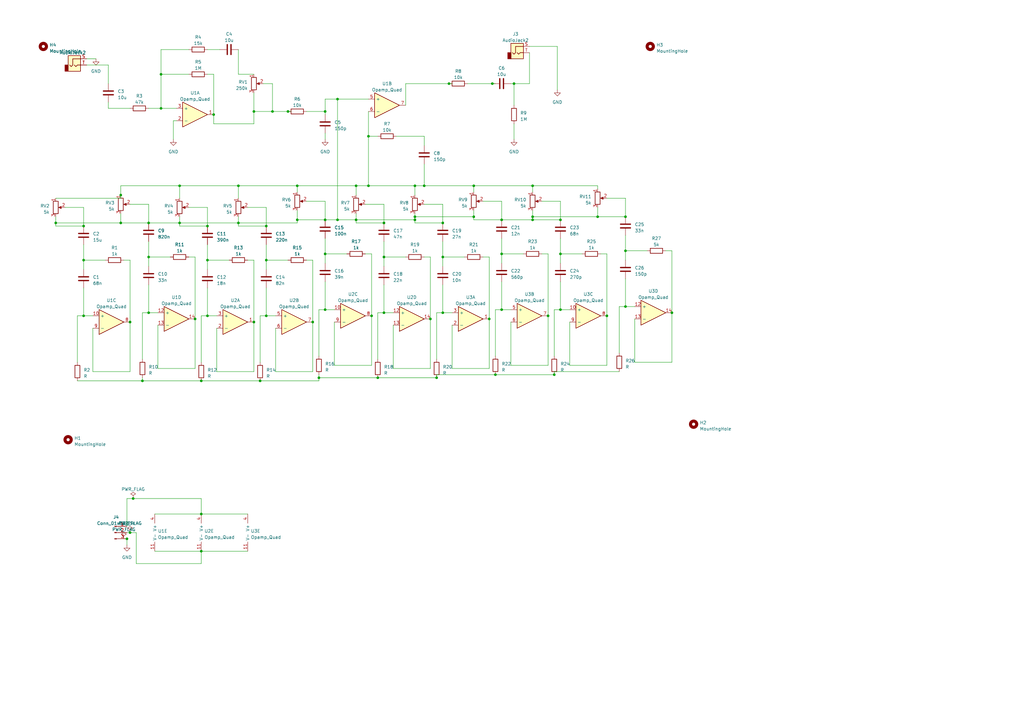
<source format=kicad_sch>
(kicad_sch (version 20230121) (generator eeschema)
  (paper "A3")
  (lib_symbols
    (symbol "Connector:Conn_01x03_Pin" (pin_names (offset 1.016) hide)
      (property "Reference" "J" (at 0 5.08 0))
      (property "Value" "Conn_01x03_Pin" (at 0 -5.08 0))
      (symbol "Conn_01x03_Pin_1_1"
        (polyline (pts (xy 1.27 -2.54) (xy 0.8636 -2.54)) (stroke (width 0.1524)))
        (polyline (pts (xy 1.27 0) (xy 0.8636 0)) (stroke (width 0.1524)))
        (polyline (pts (xy 1.27 2.54) (xy 0.8636 2.54)) (stroke (width 0.1524)))
        (rectangle (start 0.8636 -2.413) (end 0 -2.667) (stroke (width 0.1524)) (fill (type outline)))
        (rectangle (start 0.8636 0.127) (end 0 -0.127) (stroke (width 0.1524)) (fill (type outline)))
        (rectangle (start 0.8636 2.667) (end 0 2.413) (stroke (width 0.1524)) (fill (type outline)))
        (pin passive line (at 5.08 2.54 180) (length 3.81) (name "Pin_1") (number "1"))
        (pin passive line (at 5.08 0 180) (length 3.81) (name "Pin_2") (number "2"))
        (pin passive line (at 5.08 -2.54 180) (length 3.81) (name "Pin_3") (number "3"))
      )
    )
    (symbol "Connector_Audio:AudioJack2"
      (property "Reference" "J" (at 0 8.89 0))
      (property "Value" "AudioJack2" (at 0 6.35 0))
      (symbol "AudioJack2_0_1"
        (rectangle (start -3.81 0) (end -2.54 -2.54) (stroke (width 0.254)) (fill (type outline)))
        (rectangle (start -2.54 3.81) (end 2.54 -2.54) (stroke (width 0.254)) (fill (type background)))
        (polyline (pts (xy 0 0) (xy 0.635 -0.635) (xy 1.27 0) (xy 2.54 0)) (stroke (width 0.254)))
        (polyline (pts (xy 2.54 2.54) (xy -0.635 2.54) (xy -0.635 0) (xy -1.27 -0.635) (xy -1.905 0)) (stroke (width 0.254)))
      )
      (symbol "AudioJack2_1_1"
        (pin passive line (at 5.08 2.54 180) (length 2.54) (name "~") (number "S"))
        (pin passive line (at 5.08 0 180) (length 2.54) (name "~") (number "T"))
      )
    )
    (symbol "Device:C" (pin_numbers hide) (pin_names (offset 0.254))
      (property "Reference" "C" (at 0.635 2.54 0))
      (property "Value" "C" (at 0.635 -2.54 0))
      (symbol "C_0_1"
        (polyline (pts (xy -2.032 -0.762) (xy 2.032 -0.762)) (stroke (width 0.508)))
        (polyline (pts (xy -2.032 0.762) (xy 2.032 0.762)) (stroke (width 0.508)))
      )
      (symbol "C_1_1"
        (pin passive line (at 0 3.81 270) (length 2.794) (name "~") (number "1"))
        (pin passive line (at 0 -3.81 90) (length 2.794) (name "~") (number "2"))
      )
    )
    (symbol "Device:Opamp_Quad"
      (property "Reference" "U" (at 0 5.08 0))
      (property "Value" "Opamp_Quad" (at 0 -5.08 0))
      (symbol "Opamp_Quad_1_1"
        (polyline (pts (xy -5.08 5.08) (xy 5.08 0) (xy -5.08 -5.08) (xy -5.08 5.08)) (stroke (width 0.254)) (fill (type background)))
        (pin output line (at 7.62 0 180) (length 2.54) (name "~") (number "1"))
        (pin input line (at -7.62 -2.54 0) (length 2.54) (name "-") (number "2"))
        (pin input line (at -7.62 2.54 0) (length 2.54) (name "+") (number "3"))
      )
      (symbol "Opamp_Quad_2_1"
        (polyline (pts (xy -5.08 5.08) (xy 5.08 0) (xy -5.08 -5.08) (xy -5.08 5.08)) (stroke (width 0.254)) (fill (type background)))
        (pin input line (at -7.62 2.54 0) (length 2.54) (name "+") (number "5"))
        (pin input line (at -7.62 -2.54 0) (length 2.54) (name "-") (number "6"))
        (pin output line (at 7.62 0 180) (length 2.54) (name "~") (number "7"))
      )
      (symbol "Opamp_Quad_3_1"
        (polyline (pts (xy -5.08 5.08) (xy 5.08 0) (xy -5.08 -5.08) (xy -5.08 5.08)) (stroke (width 0.254)) (fill (type background)))
        (pin input line (at -7.62 2.54 0) (length 2.54) (name "+") (number "10"))
        (pin output line (at 7.62 0 180) (length 2.54) (name "~") (number "8"))
        (pin input line (at -7.62 -2.54 0) (length 2.54) (name "-") (number "9"))
      )
      (symbol "Opamp_Quad_4_1"
        (polyline (pts (xy -5.08 5.08) (xy 5.08 0) (xy -5.08 -5.08) (xy -5.08 5.08)) (stroke (width 0.254)) (fill (type background)))
        (pin input line (at -7.62 2.54 0) (length 2.54) (name "+") (number "12"))
        (pin input line (at -7.62 -2.54 0) (length 2.54) (name "-") (number "13"))
        (pin output line (at 7.62 0 180) (length 2.54) (name "~") (number "14"))
      )
      (symbol "Opamp_Quad_5_1"
        (pin power_in line (at -2.54 -7.62 90) (length 3.81) (name "V-") (number "11"))
        (pin power_in line (at -2.54 7.62 270) (length 3.81) (name "V+") (number "4"))
      )
    )
    (symbol "Device:R" (pin_numbers hide) (pin_names (offset 0))
      (property "Reference" "R" (at 2.032 0 90))
      (property "Value" "R" (at 0 0 90))
      (symbol "R_0_1"
        (rectangle (start -1.016 -2.54) (end 1.016 2.54) (stroke (width 0.254)))
      )
      (symbol "R_1_1"
        (pin passive line (at 0 3.81 270) (length 1.27) (name "~") (number "1"))
        (pin passive line (at 0 -3.81 90) (length 1.27) (name "~") (number "2"))
      )
    )
    (symbol "Device:R_Potentiometer" (pin_names (offset 1.016) hide)
      (property "Reference" "RV" (at -4.445 0 90))
      (property "Value" "R_Potentiometer" (at -2.54 0 90))
      (symbol "R_Potentiometer_0_1"
        (polyline (pts (xy 2.54 0) (xy 1.524 0)))
        (polyline (pts (xy 1.143 0) (xy 2.286 0.508) (xy 2.286 -0.508) (xy 1.143 0)) (fill (type outline)))
        (rectangle (start 1.016 2.54) (end -1.016 -2.54) (stroke (width 0.254)))
      )
      (symbol "R_Potentiometer_1_1"
        (pin passive line (at 0 3.81 270) (length 1.27) (name "1") (number "1"))
        (pin passive line (at 3.81 0 180) (length 1.27) (name "2") (number "2"))
        (pin passive line (at 0 -3.81 90) (length 1.27) (name "3") (number "3"))
      )
    )
    (symbol "Mechanical:MountingHole" (pin_names (offset 1.016))
      (property "Reference" "H" (at 0 5.08 0))
      (property "Value" "MountingHole" (at 0 3.175 0))
      (symbol "MountingHole_0_1"
        (circle (center 0 0) (radius 1.27) (stroke (width 1.27)))
      )
    )
    (symbol "power:GND" (power) (pin_names (offset 0))
      (property "Value" "GND" (at 0 -3.81 0))
      (symbol "GND_0_1"
        (polyline (pts (xy 0 0) (xy 0 -1.27) (xy 1.27 -1.27) (xy 0 -2.54) (xy -1.27 -1.27) (xy 0 -1.27)))
      )
      (symbol "GND_1_1"
        (pin power_in line (at 0 0 270) (length 0) hide (name "GND") (number "1"))
      )
    )
    (symbol "power:PWR_FLAG" (power) (pin_numbers hide) (pin_names (offset 0) hide)
      (property "Value" "PWR_FLAG" (at 0 3.81 0))
      (symbol "PWR_FLAG_0_0"
        (pin power_out line (at 0 0 90) (length 0) (name "pwr") (number "1"))
      )
      (symbol "PWR_FLAG_0_1"
        (polyline (pts (xy 0 0) (xy 0 1.27) (xy -1.016 1.905) (xy 0 2.54) (xy 1.016 1.905) (xy 0 1.27)))
      )
    )
  )
  (junction (at 128.27 132.08))
  (junction (at 205.74 90.17))
  (junction (at 181.61 105.41))
  (junction (at 34.29 129.54))
  (junction (at 248.92 129.54))
  (junction (at 218.44 76.2))
  (junction (at 53.34 132.08))
  (junction (at 256.54 102.87))
  (junction (at 138.43 90.17))
  (junction (at 256.54 88.9))
  (junction (at 73.66 91.44))
  (junction (at 118.11 45.72))
  (junction (at 170.18 76.2))
  (junction (at 205.74 127))
  (junction (at 85.09 129.54))
  (junction (at 111.76 45.72))
  (junction (at 218.44 88.9))
  (junction (at 181.61 91.44))
  (junction (at 121.92 90.17))
  (junction (at 34.29 92.71))
  (junction (at 194.31 88.9))
  (junction (at 203.2 153.67))
  (junction (at 130.81 154.94))
  (junction (at 205.74 104.14))
  (junction (at 60.96 128.27))
  (junction (at 245.11 88.9))
  (junction (at 146.05 90.17))
  (junction (at 109.22 106.68))
  (junction (at 275.59 128.27))
  (junction (at 82.55 226.06))
  (junction (at 54.61 204.47))
  (junction (at 121.92 76.2))
  (junction (at 106.68 156.21))
  (junction (at 66.04 44.45))
  (junction (at 184.15 34.29))
  (junction (at 53.34 218.44))
  (junction (at 170.18 88.9))
  (junction (at 152.4 129.54))
  (junction (at 194.31 76.2))
  (junction (at 157.48 128.27))
  (junction (at 22.86 91.44))
  (junction (at 224.79 129.54))
  (junction (at 73.66 76.2))
  (junction (at 109.22 92.71))
  (junction (at 210.82 34.29))
  (junction (at 52.07 220.98))
  (junction (at 173.99 76.2))
  (junction (at 181.61 128.27))
  (junction (at 229.87 90.17))
  (junction (at 58.42 156.21))
  (junction (at 138.43 40.64))
  (junction (at 87.63 46.99))
  (junction (at 201.93 34.29))
  (junction (at 49.53 80.01))
  (junction (at 146.05 76.2))
  (junction (at 229.87 127))
  (junction (at 133.35 104.14))
  (junction (at 97.79 91.44))
  (junction (at 80.01 130.81))
  (junction (at 34.29 106.68))
  (junction (at 227.33 153.67))
  (junction (at 104.14 45.72))
  (junction (at 170.18 90.17))
  (junction (at 49.53 91.44))
  (junction (at 200.66 130.81))
  (junction (at 133.35 127))
  (junction (at 151.13 55.88))
  (junction (at 60.96 91.44))
  (junction (at 85.09 92.71))
  (junction (at 82.55 156.21))
  (junction (at 151.13 76.2))
  (junction (at 157.48 105.41))
  (junction (at 154.94 154.94))
  (junction (at 104.14 132.08))
  (junction (at 133.35 45.72))
  (junction (at 97.79 76.2))
  (junction (at 256.54 125.73))
  (junction (at 109.22 129.54))
  (junction (at 60.96 105.41))
  (junction (at 85.09 106.68))
  (junction (at 82.55 210.82))
  (junction (at 66.04 30.48))
  (junction (at 218.44 90.17))
  (junction (at 229.87 104.14))
  (junction (at 133.35 90.17))
  (junction (at 157.48 91.44))
  (junction (at 176.53 130.81))
  (junction (at 179.07 154.94))
  (wire (pts (xy 35.56 26.67) (xy 44.45 26.67)))
  (wire (pts (xy 50.8 220.98) (xy 52.07 220.98)))
  (wire (pts (xy 275.59 102.87) (xy 275.59 128.27)))
  (wire (pts (xy 106.68 148.59) (xy 106.68 129.54)))
  (wire (pts (xy 229.87 97.79) (xy 229.87 104.14)))
  (wire (pts (xy 218.44 88.9) (xy 245.11 88.9)))
  (wire (pts (xy 73.66 92.71) (xy 85.09 92.71)))
  (wire (pts (xy 133.35 90.17) (xy 138.43 90.17)))
  (wire (pts (xy 138.43 40.64) (xy 133.35 40.64)))
  (wire (pts (xy 55.88 218.44) (xy 55.88 231.14)))
  (wire (pts (xy 109.22 100.33) (xy 109.22 106.68)))
  (wire (pts (xy 146.05 76.2) (xy 151.13 76.2)))
  (wire (pts (xy 77.47 105.41) (xy 80.01 105.41)))
  (wire (pts (xy 256.54 102.87) (xy 256.54 106.68)))
  (wire (pts (xy 170.18 90.17) (xy 170.18 91.44)))
  (wire (pts (xy 157.48 83.82) (xy 157.48 91.44)))
  (wire (pts (xy 227.33 146.05) (xy 227.33 127)))
  (wire (pts (xy 179.07 153.67) (xy 179.07 154.94)))
  (wire (pts (xy 85.09 85.09) (xy 85.09 92.71)))
  (wire (pts (xy 130.81 127) (xy 133.35 127)))
  (wire (pts (xy 209.55 132.08) (xy 209.55 149.86)))
  (wire (pts (xy 73.66 76.2) (xy 73.66 81.28)))
  (wire (pts (xy 170.18 87.63) (xy 170.18 88.9)))
  (wire (pts (xy 60.96 105.41) (xy 60.96 109.22)))
  (wire (pts (xy 151.13 55.88) (xy 151.13 76.2)))
  (wire (pts (xy 53.34 132.08) (xy 53.34 152.4)))
  (wire (pts (xy 64.77 133.35) (xy 64.77 151.13)))
  (wire (pts (xy 224.79 104.14) (xy 224.79 129.54)))
  (wire (pts (xy 198.12 82.55) (xy 205.74 82.55)))
  (wire (pts (xy 97.79 91.44) (xy 97.79 92.71)))
  (wire (pts (xy 146.05 90.17) (xy 146.05 91.44)))
  (wire (pts (xy 44.45 44.45) (xy 44.45 41.91)))
  (wire (pts (xy 201.93 34.29) (xy 203.2 34.29)))
  (wire (pts (xy 161.29 151.13) (xy 176.53 151.13)))
  (wire (pts (xy 254 144.78) (xy 254 125.73)))
  (wire (pts (xy 256.54 114.3) (xy 256.54 125.73)))
  (wire (pts (xy 60.96 83.82) (xy 60.96 91.44)))
  (wire (pts (xy 185.42 151.13) (xy 200.66 151.13)))
  (wire (pts (xy 256.54 96.52) (xy 256.54 102.87)))
  (wire (pts (xy 133.35 104.14) (xy 133.35 107.95)))
  (wire (pts (xy 245.11 85.09) (xy 245.11 88.9)))
  (wire (pts (xy 161.29 133.35) (xy 161.29 151.13)))
  (wire (pts (xy 176.53 130.81) (xy 176.53 151.13)))
  (wire (pts (xy 205.74 115.57) (xy 205.74 127)))
  (wire (pts (xy 85.09 129.54) (xy 88.9 129.54)))
  (wire (pts (xy 176.53 105.41) (xy 176.53 130.81)))
  (wire (pts (xy 151.13 76.2) (xy 170.18 76.2)))
  (wire (pts (xy 254 125.73) (xy 256.54 125.73)))
  (wire (pts (xy 203.2 153.67) (xy 227.33 153.67)))
  (wire (pts (xy 97.79 92.71) (xy 109.22 92.71)))
  (wire (pts (xy 71.12 57.15) (xy 71.12 49.53)))
  (wire (pts (xy 152.4 104.14) (xy 152.4 129.54)))
  (wire (pts (xy 66.04 44.45) (xy 72.39 44.45)))
  (wire (pts (xy 157.48 99.06) (xy 157.48 105.41)))
  (wire (pts (xy 49.53 91.44) (xy 60.96 91.44)))
  (wire (pts (xy 128.27 106.68) (xy 128.27 132.08)))
  (wire (pts (xy 179.07 147.32) (xy 179.07 128.27)))
  (wire (pts (xy 109.22 106.68) (xy 118.11 106.68)))
  (wire (pts (xy 85.09 30.48) (xy 87.63 30.48)))
  (wire (pts (xy 194.31 90.17) (xy 205.74 90.17)))
  (wire (pts (xy 260.35 148.59) (xy 275.59 148.59)))
  (wire (pts (xy 154.94 55.88) (xy 151.13 55.88)))
  (wire (pts (xy 146.05 76.2) (xy 121.92 76.2)))
  (wire (pts (xy 229.87 82.55) (xy 229.87 90.17)))
  (wire (pts (xy 130.81 153.67) (xy 130.81 154.94)))
  (wire (pts (xy 137.16 132.08) (xy 137.16 149.86)))
  (wire (pts (xy 111.76 34.29) (xy 111.76 45.72)))
  (wire (pts (xy 275.59 128.27) (xy 275.59 148.59)))
  (wire (pts (xy 66.04 20.32) (xy 66.04 30.48)))
  (wire (pts (xy 203.2 146.05) (xy 203.2 127)))
  (wire (pts (xy 146.05 80.01) (xy 146.05 76.2)))
  (wire (pts (xy 173.99 76.2) (xy 194.31 76.2)))
  (wire (pts (xy 113.03 152.4) (xy 128.27 152.4)))
  (wire (pts (xy 80.01 105.41) (xy 80.01 130.81)))
  (wire (pts (xy 77.47 20.32) (xy 66.04 20.32)))
  (wire (pts (xy 60.96 91.44) (xy 73.66 91.44)))
  (wire (pts (xy 227.33 152.4) (xy 227.33 153.67)))
  (wire (pts (xy 173.99 55.88) (xy 162.56 55.88)))
  (wire (pts (xy 49.53 87.63) (xy 49.53 91.44)))
  (wire (pts (xy 63.5 226.06) (xy 82.55 226.06)))
  (wire (pts (xy 58.42 147.32) (xy 58.42 128.27)))
  (wire (pts (xy 128.27 132.08) (xy 128.27 152.4)))
  (wire (pts (xy 256.54 125.73) (xy 260.35 125.73)))
  (wire (pts (xy 77.47 30.48) (xy 66.04 30.48)))
  (wire (pts (xy 130.81 154.94) (xy 130.81 156.21)))
  (wire (pts (xy 173.99 83.82) (xy 181.61 83.82)))
  (wire (pts (xy 63.5 210.82) (xy 82.55 210.82)))
  (wire (pts (xy 121.92 78.74) (xy 121.92 76.2)))
  (wire (pts (xy 191.77 34.29) (xy 201.93 34.29)))
  (wire (pts (xy 60.96 105.41) (xy 69.85 105.41)))
  (wire (pts (xy 133.35 45.72) (xy 133.35 46.99)))
  (wire (pts (xy 146.05 91.44) (xy 157.48 91.44)))
  (wire (pts (xy 218.44 76.2) (xy 245.11 76.2)))
  (wire (pts (xy 34.29 106.68) (xy 34.29 110.49)))
  (wire (pts (xy 53.34 106.68) (xy 53.34 132.08)))
  (wire (pts (xy 113.03 134.62) (xy 113.03 152.4)))
  (wire (pts (xy 233.68 132.08) (xy 233.68 149.86)))
  (wire (pts (xy 34.29 85.09) (xy 34.29 92.71)))
  (wire (pts (xy 118.11 45.72) (xy 119.38 45.72)))
  (wire (pts (xy 52.07 204.47) (xy 54.61 204.47)))
  (wire (pts (xy 34.29 100.33) (xy 34.29 106.68)))
  (wire (pts (xy 173.99 67.31) (xy 173.99 76.2)))
  (wire (pts (xy 60.96 99.06) (xy 60.96 105.41)))
  (wire (pts (xy 194.31 76.2) (xy 218.44 76.2)))
  (wire (pts (xy 205.74 104.14) (xy 205.74 107.95)))
  (wire (pts (xy 87.63 50.8) (xy 104.14 50.8)))
  (wire (pts (xy 254 152.4) (xy 227.33 152.4)))
  (wire (pts (xy 22.86 91.44) (xy 22.86 92.71)))
  (wire (pts (xy 194.31 86.36) (xy 194.31 88.9)))
  (wire (pts (xy 80.01 130.81) (xy 80.01 151.13)))
  (wire (pts (xy 217.17 19.05) (xy 228.6 19.05)))
  (wire (pts (xy 218.44 86.36) (xy 218.44 88.9)))
  (wire (pts (xy 133.35 127) (xy 137.16 127)))
  (wire (pts (xy 82.55 231.14) (xy 82.55 226.06)))
  (wire (pts (xy 137.16 149.86) (xy 152.4 149.86)))
  (wire (pts (xy 133.35 104.14) (xy 142.24 104.14)))
  (wire (pts (xy 97.79 81.28) (xy 97.79 76.2)))
  (wire (pts (xy 82.55 129.54) (xy 85.09 129.54)))
  (wire (pts (xy 58.42 128.27) (xy 60.96 128.27)))
  (wire (pts (xy 210.82 34.29) (xy 210.82 43.18)))
  (wire (pts (xy 227.33 127) (xy 229.87 127)))
  (wire (pts (xy 194.31 78.74) (xy 194.31 76.2)))
  (wire (pts (xy 104.14 50.8) (xy 104.14 45.72)))
  (wire (pts (xy 248.92 129.54) (xy 248.92 149.86)))
  (wire (pts (xy 245.11 76.2) (xy 245.11 77.47)))
  (wire (pts (xy 97.79 91.44) (xy 121.92 91.44)))
  (wire (pts (xy 53.34 44.45) (xy 44.45 44.45)))
  (wire (pts (xy 229.87 104.14) (xy 238.76 104.14)))
  (wire (pts (xy 125.73 106.68) (xy 128.27 106.68)))
  (wire (pts (xy 34.29 129.54) (xy 38.1 129.54)))
  (wire (pts (xy 60.96 44.45) (xy 66.04 44.45)))
  (wire (pts (xy 184.15 34.29) (xy 166.37 34.29)))
  (wire (pts (xy 22.86 88.9) (xy 22.86 91.44)))
  (wire (pts (xy 130.81 146.05) (xy 130.81 127)))
  (wire (pts (xy 88.9 152.4) (xy 104.14 152.4)))
  (wire (pts (xy 229.87 104.14) (xy 229.87 107.95)))
  (wire (pts (xy 121.92 86.36) (xy 121.92 90.17)))
  (wire (pts (xy 85.09 106.68) (xy 85.09 110.49)))
  (wire (pts (xy 34.29 106.68) (xy 43.18 106.68)))
  (wire (pts (xy 38.1 152.4) (xy 53.34 152.4)))
  (wire (pts (xy 49.53 80.01) (xy 49.53 81.28)))
  (wire (pts (xy 58.42 156.21) (xy 82.55 156.21)))
  (wire (pts (xy 97.79 88.9) (xy 97.79 91.44)))
  (wire (pts (xy 49.53 76.2) (xy 49.53 80.01)))
  (wire (pts (xy 185.42 34.29) (xy 184.15 34.29)))
  (wire (pts (xy 31.75 156.21) (xy 58.42 156.21)))
  (wire (pts (xy 73.66 91.44) (xy 97.79 91.44)))
  (wire (pts (xy 82.55 226.06) (xy 101.6 226.06)))
  (wire (pts (xy 179.07 128.27) (xy 181.61 128.27)))
  (wire (pts (xy 154.94 147.32) (xy 154.94 128.27)))
  (wire (pts (xy 133.35 40.64) (xy 133.35 45.72)))
  (wire (pts (xy 154.94 154.94) (xy 179.07 154.94)))
  (wire (pts (xy 109.22 85.09) (xy 109.22 92.71)))
  (wire (pts (xy 198.12 105.41) (xy 200.66 105.41)))
  (wire (pts (xy 22.86 92.71) (xy 34.29 92.71)))
  (wire (pts (xy 181.61 116.84) (xy 181.61 128.27)))
  (wire (pts (xy 157.48 105.41) (xy 157.48 109.22)))
  (wire (pts (xy 101.6 106.68) (xy 104.14 106.68)))
  (wire (pts (xy 87.63 46.99) (xy 87.63 50.8)))
  (wire (pts (xy 245.11 88.9) (xy 256.54 88.9)))
  (wire (pts (xy 106.68 156.21) (xy 130.81 156.21)))
  (wire (pts (xy 73.66 88.9) (xy 73.66 91.44)))
  (wire (pts (xy 82.55 148.59) (xy 82.55 129.54)))
  (wire (pts (xy 101.6 85.09) (xy 109.22 85.09)))
  (wire (pts (xy 31.75 148.59) (xy 31.75 129.54)))
  (wire (pts (xy 157.48 105.41) (xy 166.37 105.41)))
  (wire (pts (xy 154.94 128.27) (xy 157.48 128.27)))
  (wire (pts (xy 104.14 38.1) (xy 104.14 45.72)))
  (wire (pts (xy 125.73 82.55) (xy 133.35 82.55)))
  (wire (pts (xy 181.61 128.27) (xy 185.42 128.27)))
  (wire (pts (xy 31.75 129.54) (xy 34.29 129.54)))
  (wire (pts (xy 97.79 30.48) (xy 97.79 20.32)))
  (wire (pts (xy 109.22 118.11) (xy 109.22 129.54)))
  (wire (pts (xy 205.74 97.79) (xy 205.74 104.14)))
  (wire (pts (xy 73.66 91.44) (xy 73.66 92.71)))
  (wire (pts (xy 173.99 105.41) (xy 176.53 105.41)))
  (wire (pts (xy 77.47 85.09) (xy 85.09 85.09)))
  (wire (pts (xy 55.88 231.14) (xy 82.55 231.14)))
  (wire (pts (xy 181.61 99.06) (xy 181.61 105.41)))
  (wire (pts (xy 170.18 80.01) (xy 170.18 76.2)))
  (wire (pts (xy 205.74 104.14) (xy 214.63 104.14)))
  (wire (pts (xy 170.18 91.44) (xy 181.61 91.44)))
  (wire (pts (xy 222.25 82.55) (xy 229.87 82.55)))
  (wire (pts (xy 170.18 76.2) (xy 173.99 76.2)))
  (wire (pts (xy 203.2 127) (xy 205.74 127)))
  (wire (pts (xy 200.66 105.41) (xy 200.66 130.81)))
  (wire (pts (xy 107.95 34.29) (xy 111.76 34.29)))
  (wire (pts (xy 146.05 87.63) (xy 146.05 90.17)))
  (wire (pts (xy 58.42 156.21) (xy 58.42 154.94)))
  (wire (pts (xy 50.8 106.68) (xy 53.34 106.68)))
  (wire (pts (xy 200.66 130.81) (xy 200.66 151.13)))
  (wire (pts (xy 52.07 215.9) (xy 52.07 204.47)))
  (wire (pts (xy 233.68 149.86) (xy 248.92 149.86)))
  (wire (pts (xy 97.79 76.2) (xy 73.66 76.2)))
  (wire (pts (xy 82.55 210.82) (xy 101.6 210.82)))
  (wire (pts (xy 205.74 90.17) (xy 218.44 90.17)))
  (wire (pts (xy 130.81 154.94) (xy 154.94 154.94)))
  (wire (pts (xy 209.55 149.86) (xy 224.79 149.86)))
  (wire (pts (xy 170.18 88.9) (xy 170.18 90.17)))
  (wire (pts (xy 104.14 30.48) (xy 97.79 30.48)))
  (wire (pts (xy 248.92 81.28) (xy 256.54 81.28)))
  (wire (pts (xy 109.22 129.54) (xy 113.03 129.54)))
  (wire (pts (xy 82.55 204.47) (xy 82.55 210.82)))
  (wire (pts (xy 273.05 102.87) (xy 275.59 102.87)))
  (wire (pts (xy 121.92 91.44) (xy 121.92 90.17)))
  (wire (pts (xy 194.31 88.9) (xy 194.31 90.17)))
  (wire (pts (xy 149.86 104.14) (xy 152.4 104.14)))
  (wire (pts (xy 185.42 133.35) (xy 185.42 151.13)))
  (wire (pts (xy 88.9 134.62) (xy 88.9 152.4)))
  (wire (pts (xy 205.74 82.55) (xy 205.74 90.17)))
  (wire (pts (xy 256.54 81.28) (xy 256.54 88.9)))
  (wire (pts (xy 209.55 34.29) (xy 210.82 34.29)))
  (wire (pts (xy 87.63 30.48) (xy 87.63 46.99)))
  (wire (pts (xy 149.86 83.82) (xy 157.48 83.82)))
  (wire (pts (xy 26.67 85.09) (xy 34.29 85.09)))
  (wire (pts (xy 22.86 81.28) (xy 49.53 81.28)))
  (wire (pts (xy 53.34 83.82) (xy 60.96 83.82)))
  (wire (pts (xy 85.09 118.11) (xy 85.09 129.54)))
  (wire (pts (xy 54.61 204.47) (xy 82.55 204.47)))
  (wire (pts (xy 181.61 105.41) (xy 190.5 105.41)))
  (wire (pts (xy 173.99 59.69) (xy 173.99 55.88)))
  (wire (pts (xy 152.4 129.54) (xy 152.4 149.86)))
  (wire (pts (xy 133.35 82.55) (xy 133.35 90.17)))
  (wire (pts (xy 138.43 40.64) (xy 138.43 90.17)))
  (wire (pts (xy 60.96 116.84) (xy 60.96 128.27)))
  (wire (pts (xy 71.12 49.53) (xy 72.39 49.53)))
  (wire (pts (xy 85.09 20.32) (xy 90.17 20.32)))
  (wire (pts (xy 224.79 129.54) (xy 224.79 149.86)))
  (wire (pts (xy 217.17 21.59) (xy 217.17 34.29)))
  (wire (pts (xy 151.13 55.88) (xy 151.13 45.72)))
  (wire (pts (xy 218.44 88.9) (xy 218.44 90.17)))
  (wire (pts (xy 53.34 218.44) (xy 55.88 218.44)))
  (wire (pts (xy 85.09 100.33) (xy 85.09 106.68)))
  (wire (pts (xy 52.07 220.98) (xy 52.07 223.52)))
  (wire (pts (xy 157.48 128.27) (xy 161.29 128.27)))
  (wire (pts (xy 146.05 90.17) (xy 170.18 90.17)))
  (wire (pts (xy 133.35 97.79) (xy 133.35 104.14)))
  (wire (pts (xy 109.22 106.68) (xy 109.22 110.49)))
  (wire (pts (xy 210.82 34.29) (xy 217.17 34.29)))
  (wire (pts (xy 181.61 105.41) (xy 181.61 109.22)))
  (wire (pts (xy 66.04 30.48) (xy 66.04 44.45)))
  (wire (pts (xy 256.54 102.87) (xy 265.43 102.87)))
  (wire (pts (xy 218.44 78.74) (xy 218.44 76.2)))
  (wire (pts (xy 229.87 127) (xy 233.68 127)))
  (wire (pts (xy 260.35 130.81) (xy 260.35 148.59)))
  (wire (pts (xy 248.92 104.14) (xy 248.92 129.54)))
  (wire (pts (xy 73.66 76.2) (xy 49.53 76.2)))
  (wire (pts (xy 229.87 115.57) (xy 229.87 127)))
  (wire (pts (xy 44.45 26.67) (xy 44.45 34.29)))
  (wire (pts (xy 246.38 104.14) (xy 248.92 104.14)))
  (wire (pts (xy 138.43 90.17) (xy 146.05 90.17)))
  (wire (pts (xy 166.37 34.29) (xy 166.37 43.18)))
  (wire (pts (xy 111.76 45.72) (xy 118.11 45.72)))
  (wire (pts (xy 222.25 104.14) (xy 224.79 104.14)))
  (wire (pts (xy 104.14 132.08) (xy 104.14 152.4)))
  (wire (pts (xy 106.68 129.54) (xy 109.22 129.54)))
  (wire (pts (xy 38.1 134.62) (xy 38.1 152.4)))
  (wire (pts (xy 205.74 127) (xy 209.55 127)))
  (wire (pts (xy 133.35 115.57) (xy 133.35 127)))
  (wire (pts (xy 170.18 88.9) (xy 194.31 88.9)))
  (wire (pts (xy 35.56 24.13) (xy 39.37 24.13)))
  (wire (pts (xy 125.73 45.72) (xy 133.35 45.72)))
  (wire (pts (xy 181.61 83.82) (xy 181.61 91.44)))
  (wire (pts (xy 85.09 106.68) (xy 93.98 106.68)))
  (wire (pts (xy 218.44 90.17) (xy 229.87 90.17)))
  (wire (pts (xy 151.13 40.64) (xy 138.43 40.64)))
  (wire (pts (xy 22.86 91.44) (xy 49.53 91.44)))
  (wire (pts (xy 34.29 118.11) (xy 34.29 129.54)))
  (wire (pts (xy 228.6 19.05) (xy 228.6 36.83)))
  (wire (pts (xy 104.14 45.72) (xy 111.76 45.72)))
  (wire (pts (xy 64.77 151.13) (xy 80.01 151.13)))
  (wire (pts (xy 121.92 90.17) (xy 133.35 90.17)))
  (wire (pts (xy 133.35 54.61) (xy 133.35 57.15)))
  (wire (pts (xy 157.48 116.84) (xy 157.48 128.27)))
  (wire (pts (xy 60.96 128.27) (xy 64.77 128.27)))
  (wire (pts (xy 82.55 156.21) (xy 106.68 156.21)))
  (wire (pts (xy 179.07 153.67) (xy 203.2 153.67)))
  (wire (pts (xy 210.82 50.8) (xy 210.82 57.15)))
  (wire (pts (xy 52.07 218.44) (xy 53.34 218.44)))
  (wire (pts (xy 121.92 76.2) (xy 97.79 76.2)))
  (wire (pts (xy 104.14 106.68) (xy 104.14 132.08)))
  (symbol (lib_id "Device:R") (at 57.15 44.45 90) (unit 1)
    (property "Reference" "R3" (at 57.15 39.37 90))
    (property "Value" "47k" (at 57.15 41.91 90))
    (property "Footprint" "Resistor_SMD:R_1206_3216Metric" (effects hide))
  )
  (symbol (lib_id "Device:C") (at 181.61 113.03 0) (unit 1)
    (property "Reference" "C20" (at 185.42 112.395 0) (effects (justify left)))
    (property "Value" "10n" (at 185.42 114.935 0) (effects (justify left)))
    (property "Footprint" "Capacitor_SMD:CP_Elec_10x12.6" (effects hide))
  )
  (symbol (lib_id "Device:R") (at 46.99 106.68 270) (unit 1)
    (property "Reference" "R1" (at 46.99 101.6 90))
    (property "Value" "1k" (at 46.99 104.14 90))
    (property "Footprint" "Resistor_SMD:R_1206_3216Metric" (effects hide))
  )
  (symbol (lib_id "Device:Opamp_Quad") (at 120.65 132.08 0) (unit 2)
    (property "Reference" "U2" (at 120.65 123.19 0))
    (property "Value" "Opamp_Quad" (at 120.65 125.73 0))
    (property "Footprint" "Package_SO:HTSSOP-14-1EP_4.4x5mm_P0.65mm_EP3.4x5mm_Mask3x3.1mm" (effects hide))
  )
  (symbol (lib_id "Device:R") (at 227.33 149.86 0) (unit 1)
    (property "Reference" "R24" (at 229.87 149.225 0) (effects (justify left)))
    (property "Value" "R" (at 229.87 151.765 0) (effects (justify left)))
    (property "Footprint" "Resistor_SMD:R_1206_3216Metric" (effects hide))
  )
  (symbol (lib_id "Device:R_Potentiometer") (at 194.31 82.55 0) (unit 1)
    (property "Reference" "RV9" (at 191.77 81.915 0) (effects (justify right)))
    (property "Value" "5k" (at 191.77 84.455 0) (effects (justify right)))
    (property "Footprint" "Resistor_SMD:R_1206_3216Metric" (effects hide))
  )
  (symbol (lib_id "Device:R") (at 187.96 34.29 270) (unit 1)
    (property "Reference" "R8" (at 187.96 29.21 90))
    (property "Value" "10k" (at 187.96 31.75 90))
    (property "Footprint" "Resistor_SMD:R_1206_3216Metric" (effects hide))
  )
  (symbol (lib_id "Device:C") (at 133.35 50.8 0) (unit 1)
    (property "Reference" "C5" (at 137.16 50.165 0) (effects (justify left)))
    (property "Value" "150p" (at 137.16 52.705 0) (effects (justify left)))
    (property "Footprint" "Capacitor_SMD:CP_Elec_10x12.6" (effects hide))
  )
  (symbol (lib_id "Device:Opamp_Quad") (at 72.39 130.81 0) (unit 4)
    (property "Reference" "U1" (at 72.39 121.92 0))
    (property "Value" "Opamp_Quad" (at 72.39 124.46 0))
    (property "Footprint" "Package_SO:HTSSOP-14-1EP_4.4x5mm_P0.65mm_EP3.4x5mm_Mask3x3.1mm" (effects hide))
  )
  (symbol (lib_id "Device:R_Potentiometer") (at 245.11 81.28 0) (unit 1)
    (property "Reference" "RV11" (at 242.57 80.645 0) (effects (justify right)))
    (property "Value" "5k" (at 242.57 83.185 0) (effects (justify right)))
    (property "Footprint" "Resistor_SMD:R_1206_3216Metric" (effects hide))
  )
  (symbol (lib_id "Device:R") (at 179.07 151.13 0) (unit 1)
    (property "Reference" "R20" (at 181.61 150.495 0) (effects (justify left)))
    (property "Value" "R" (at 181.61 153.035 0) (effects (justify left)))
    (property "Footprint" "Resistor_SMD:R_1206_3216Metric" (effects hide))
  )
  (symbol (lib_id "Device:Opamp_Quad") (at 241.3 129.54 0) (unit 3)
    (property "Reference" "U3" (at 241.3 120.65 0))
    (property "Value" "Opamp_Quad" (at 241.3 123.19 0))
    (property "Footprint" "Package_SO:HTSSOP-14-1EP_4.4x5mm_P0.65mm_EP3.4x5mm_Mask3x3.1mm" (effects hide))
  )
  (symbol (lib_id "Connector:Conn_01x03_Pin") (at 46.99 218.44 0) (unit 1)
    (property "Reference" "J4" (at 47.625 212.09 0))
    (property "Value" "Conn_01x03_Pin" (at 47.625 214.63 0))
    (property "Footprint" "Connector:Banana_Cliff_FCR7350x_S16N-PC_Horizontal" (effects hide))
  )
  (symbol (lib_id "Mechanical:MountingHole") (at 266.7 19.05 0) (unit 1)
    (property "Reference" "H3" (at 269.24 18.415 0) (effects (justify left)))
    (property "Value" "MountingHole" (at 269.24 20.955 0) (effects (justify left)))
    (property "Footprint" "MountingHole:MountingHole_3.2mm_M3" (effects hide))
  )
  (symbol (lib_id "Device:C") (at 93.98 20.32 90) (unit 1)
    (property "Reference" "C4" (at 93.98 13.97 90))
    (property "Value" "10u" (at 93.98 16.51 90))
    (property "Footprint" "Capacitor_SMD:CP_Elec_10x12.6" (effects hide))
  )
  (symbol (lib_id "Device:R") (at 158.75 55.88 270) (unit 1)
    (property "Reference" "R7" (at 158.75 50.8 90))
    (property "Value" "10k" (at 158.75 53.34 90))
    (property "Footprint" "Resistor_SMD:R_1206_3216Metric" (effects hide))
  )
  (symbol (lib_id "Device:C") (at 44.45 38.1 0) (unit 1)
    (property "Reference" "C3" (at 48.26 37.465 0) (effects (justify left)))
    (property "Value" "10u" (at 48.26 40.005 0) (effects (justify left)))
    (property "Footprint" "Capacitor_SMD:CP_Elec_10x12.6" (effects hide))
  )
  (symbol (lib_id "Device:R") (at 154.94 151.13 0) (unit 1)
    (property "Reference" "R18" (at 157.48 150.495 0) (effects (justify left)))
    (property "Value" "R" (at 157.48 153.035 0) (effects (justify left)))
    (property "Footprint" "Resistor_SMD:R_1206_3216Metric" (effects hide))
  )
  (symbol (lib_id "Device:Opamp_Quad") (at 267.97 128.27 0) (unit 4)
    (property "Reference" "U3" (at 267.97 119.38 0))
    (property "Value" "Opamp_Quad" (at 267.97 121.92 0))
    (property "Footprint" "Package_SO:HTSSOP-14-1EP_4.4x5mm_P0.65mm_EP3.4x5mm_Mask3x3.1mm" (effects hide))
  )
  (symbol (lib_id "Device:Opamp_Quad") (at 104.14 218.44 0) (unit 5)
    (property "Reference" "U3" (at 102.87 217.805 0) (effects (justify left)))
    (property "Value" "Opamp_Quad" (at 102.87 220.345 0) (effects (justify left)))
    (property "Footprint" "Package_SO:HTSSOP-14-1EP_4.4x5mm_P0.65mm_EP3.4x5mm_Mask3x3.1mm" (effects hide))
  )
  (symbol (lib_id "Mechanical:MountingHole") (at 17.78 19.05 0) (unit 1)
    (property "Reference" "H4" (at 20.32 18.415 0) (effects (justify left)))
    (property "Value" "MountingHole" (at 20.32 20.955 0) (effects (justify left)))
    (property "Footprint" "MountingHole:MountingHole_3.2mm_M3" (effects hide))
  )
  (symbol (lib_id "Device:Opamp_Quad") (at 144.78 129.54 0) (unit 3)
    (property "Reference" "U2" (at 144.78 120.65 0))
    (property "Value" "Opamp_Quad" (at 144.78 123.19 0))
    (property "Footprint" "Package_SO:HTSSOP-14-1EP_4.4x5mm_P0.65mm_EP3.4x5mm_Mask3x3.1mm" (effects hide))
  )
  (symbol (lib_id "Device:C") (at 229.87 111.76 0) (unit 1)
    (property "Reference" "C24" (at 233.68 111.125 0) (effects (justify left)))
    (property "Value" "270p" (at 233.68 113.665 0) (effects (justify left)))
    (property "Footprint" "Capacitor_SMD:CP_Elec_10x12.6" (effects hide))
  )
  (symbol (lib_id "Device:C") (at 181.61 95.25 0) (unit 1)
    (property "Reference" "C19" (at 185.42 94.615 0) (effects (justify left)))
    (property "Value" "27n" (at 185.42 97.155 0) (effects (justify left)))
    (property "Footprint" "Capacitor_SMD:CP_Elec_10x12.6" (effects hide))
  )
  (symbol (lib_id "Device:R") (at 121.92 45.72 90) (unit 1)
    (property "Reference" "R6" (at 121.92 40.64 90))
    (property "Value" "10k" (at 121.92 43.18 90))
    (property "Footprint" "Resistor_SMD:R_1206_3216Metric" (effects hide))
  )
  (symbol (lib_id "Device:R") (at 121.92 106.68 270) (unit 1)
    (property "Reference" "R15" (at 121.92 101.6 90))
    (property "Value" "1k" (at 121.92 104.14 90))
    (property "Footprint" "Resistor_SMD:R_1206_3216Metric" (effects hide))
  )
  (symbol (lib_id "power:PWR_FLAG") (at 53.34 218.44 0) (unit 1)
    (property "Reference" "#FLG02" (effects hide))
    (property "Value" "PWR_FLAG" (at 53.34 214.63 0))
  )
  (symbol (lib_id "power:PWR_FLAG") (at 50.8 220.98 0) (unit 1)
    (property "Reference" "#FLG03" (effects hide))
    (property "Value" "PWR_FLAG" (at 50.8 217.17 0))
  )
  (symbol (lib_id "Device:R_Potentiometer") (at 104.14 34.29 0) (unit 1)
    (property "Reference" "RV1" (at 101.6 33.655 0) (effects (justify right)))
    (property "Value" "250k" (at 101.6 36.195 0) (effects (justify right)))
    (property "Footprint" "Resistor_SMD:R_1206_3216Metric" (effects hide))
  )
  (symbol (lib_id "Device:R_Potentiometer") (at 146.05 83.82 0) (unit 1)
    (property "Reference" "RV7" (at 143.51 83.185 0) (effects (justify right)))
    (property "Value" "5k" (at 143.51 85.725 0) (effects (justify right)))
    (property "Footprint" "Resistor_SMD:R_1206_3216Metric" (effects hide))
  )
  (symbol (lib_id "Device:R_Potentiometer") (at 49.53 83.82 0) (unit 1)
    (property "Reference" "RV3" (at 46.99 83.185 0) (effects (justify right)))
    (property "Value" "5k" (at 46.99 85.725 0) (effects (justify right)))
    (property "Footprint" "Resistor_SMD:R_1206_3216Metric" (effects hide))
  )
  (symbol (lib_id "Device:C") (at 256.54 110.49 0) (unit 1)
    (property "Reference" "C26" (at 260.35 109.855 0) (effects (justify left)))
    (property "Value" "150p" (at 260.35 112.395 0) (effects (justify left)))
    (property "Footprint" "Capacitor_SMD:CP_Elec_10x12.6" (effects hide))
  )
  (symbol (lib_id "Device:Opamp_Quad") (at 217.17 129.54 0) (unit 2)
    (property "Reference" "U3" (at 217.17 120.65 0))
    (property "Value" "Opamp_Quad" (at 217.17 123.19 0))
    (property "Footprint" "Package_SO:HTSSOP-14-1EP_4.4x5mm_P0.65mm_EP3.4x5mm_Mask3x3.1mm" (effects hide))
  )
  (symbol (lib_id "Device:C") (at 85.09 114.3 0) (unit 1)
    (property "Reference" "C12" (at 88.9 113.665 0) (effects (justify left)))
    (property "Value" "18n" (at 88.9 116.205 0) (effects (justify left)))
    (property "Footprint" "Capacitor_SMD:CP_Elec_10x12.6" (effects hide))
  )
  (symbol (lib_id "Device:R") (at 203.2 149.86 0) (unit 1)
    (property "Reference" "R22" (at 205.74 149.225 0) (effects (justify left)))
    (property "Value" "R" (at 205.74 151.765 0) (effects (justify left)))
    (property "Footprint" "Resistor_SMD:R_1206_3216Metric" (effects hide))
  )
  (symbol (lib_id "Device:R") (at 242.57 104.14 270) (unit 1)
    (property "Reference" "R25" (at 242.57 99.06 90))
    (property "Value" "1k" (at 242.57 101.6 90))
    (property "Footprint" "Resistor_SMD:R_1206_3216Metric" (effects hide))
  )
  (symbol (lib_id "Device:R_Potentiometer") (at 170.18 83.82 0) (unit 1)
    (property "Reference" "RV8" (at 167.64 83.185 0) (effects (justify right)))
    (property "Value" "5k" (at 167.64 85.725 0) (effects (justify right)))
    (property "Footprint" "Resistor_SMD:R_1206_3216Metric" (effects hide))
  )
  (symbol (lib_id "Mechanical:MountingHole") (at 27.94 180.34 0) (unit 1)
    (property "Reference" "H1" (at 30.48 179.705 0) (effects (justify left)))
    (property "Value" "MountingHole" (at 30.48 182.245 0) (effects (justify left)))
    (property "Footprint" "MountingHole:MountingHole_3.2mm_M3" (effects hide))
  )
  (symbol (lib_id "power:GND") (at 52.07 223.52 0) (unit 1)
    (property "Reference" "#PWR06" (effects hide))
    (property "Value" "GND" (at 52.07 228.6 0))
  )
  (symbol (lib_id "Device:R") (at 218.44 104.14 270) (unit 1)
    (property "Reference" "R23" (at 218.44 99.06 90))
    (property "Value" "1k" (at 218.44 101.6 90))
    (property "Footprint" "Resistor_SMD:R_1206_3216Metric" (effects hide))
  )
  (symbol (lib_id "Device:C") (at 157.48 95.25 0) (unit 1)
    (property "Reference" "C17" (at 161.29 94.615 0) (effects (justify left)))
    (property "Value" "47n" (at 161.29 97.155 0) (effects (justify left)))
    (property "Footprint" "Capacitor_SMD:CP_Elec_10x12.6" (effects hide))
  )
  (symbol (lib_id "Device:R_Potentiometer") (at 73.66 85.09 0) (unit 1)
    (property "Reference" "RV4" (at 71.12 84.455 0) (effects (justify right)))
    (property "Value" "5k" (at 71.12 86.995 0) (effects (justify right)))
    (property "Footprint" "Resistor_SMD:R_1206_3216Metric" (effects hide))
  )
  (symbol (lib_id "power:GND") (at 228.6 36.83 0) (unit 1)
    (property "Reference" "#PWR04" (effects hide))
    (property "Value" "GND" (at 228.6 41.91 0))
  )
  (symbol (lib_id "Device:R") (at 130.81 149.86 0) (unit 1)
    (property "Reference" "R16" (at 133.35 149.225 0) (effects (justify left)))
    (property "Value" "R" (at 133.35 151.765 0) (effects (justify left)))
    (property "Footprint" "Resistor_SMD:R_1206_3216Metric" (effects hide))
  )
  (symbol (lib_id "Device:R") (at 254 148.59 0) (unit 1)
    (property "Reference" "R26" (at 256.54 147.955 0) (effects (justify left)))
    (property "Value" "R" (at 256.54 150.495 0) (effects (justify left)))
    (property "Footprint" "Resistor_SMD:R_1206_3216Metric" (effects hide))
  )
  (symbol (lib_id "Device:R") (at 269.24 102.87 270) (unit 1)
    (property "Reference" "R27" (at 269.24 97.79 90))
    (property "Value" "5k" (at 269.24 100.33 90))
    (property "Footprint" "Resistor_SMD:R_1206_3216Metric" (effects hide))
  )
  (symbol (lib_id "Device:C") (at 109.22 96.52 0) (unit 1)
    (property "Reference" "C13" (at 113.03 95.885 0) (effects (justify left)))
    (property "Value" "220n" (at 113.03 98.425 0) (effects (justify left)))
    (property "Footprint" "Capacitor_SMD:CP_Elec_10x12.6" (effects hide))
  )
  (symbol (lib_id "Device:R") (at 31.75 152.4 0) (unit 1)
    (property "Reference" "R2" (at 34.29 151.765 0) (effects (justify left)))
    (property "Value" "R" (at 34.29 154.305 0) (effects (justify left)))
    (property "Footprint" "Resistor_SMD:R_1206_3216Metric" (effects hide))
  )
  (symbol (lib_id "Connector_Audio:AudioJack2") (at 212.09 21.59 0) (unit 1)
    (property "Reference" "J3" (at 211.455 13.97 0))
    (property "Value" "AudioJack2" (at 211.455 16.51 0))
    (property "Footprint" "Audio_Module:Reverb_BTDR-1V" (effects hide))
  )
  (symbol (lib_id "power:GND") (at 133.35 57.15 0) (unit 1)
    (property "Reference" "#PWR02" (effects hide))
    (property "Value" "GND" (at 133.35 62.23 0))
  )
  (symbol (lib_id "power:GND") (at 210.82 57.15 0) (unit 1)
    (property "Reference" "#PWR03" (effects hide))
    (property "Value" "GND" (at 210.82 62.23 0))
  )
  (symbol (lib_id "Device:C") (at 34.29 96.52 0) (unit 1)
    (property "Reference" "C2" (at 38.1 95.885 0) (effects (justify left)))
    (property "Value" "15u" (at 38.1 98.425 0) (effects (justify left)))
    (property "Footprint" "Capacitor_SMD:CP_Elec_10x12.6" (effects hide))
  )
  (symbol (lib_id "power:GND") (at 71.12 57.15 0) (unit 1)
    (property "Reference" "#PWR01" (effects hide))
    (property "Value" "GND" (at 71.12 62.23 0))
  )
  (symbol (lib_id "Device:R") (at 106.68 152.4 0) (unit 1)
    (property "Reference" "R14" (at 109.22 151.765 0) (effects (justify left)))
    (property "Value" "R" (at 109.22 154.305 0) (effects (justify left)))
    (property "Footprint" "Resistor_SMD:R_1206_3216Metric" (effects hide))
  )
  (symbol (lib_id "Device:Opamp_Quad") (at 66.04 218.44 0) (unit 5)
    (property "Reference" "U1" (at 64.77 217.805 0) (effects (justify left)))
    (property "Value" "Opamp_Quad" (at 64.77 220.345 0) (effects (justify left)))
    (property "Footprint" "Package_SO:HTSSOP-14-1EP_4.4x5mm_P0.65mm_EP3.4x5mm_Mask3x3.1mm" (effects hide))
  )
  (symbol (lib_id "Device:C") (at 60.96 95.25 0) (unit 1)
    (property "Reference" "C9" (at 64.77 94.615 0) (effects (justify left)))
    (property "Value" "820n" (at 64.77 97.155 0) (effects (justify left)))
    (property "Footprint" "Capacitor_SMD:CP_Elec_10x12.6" (effects hide))
  )
  (symbol (lib_id "Device:R") (at 81.28 30.48 90) (unit 1)
    (property "Reference" "R5" (at 81.28 25.4 90))
    (property "Value" "1M" (at 81.28 27.94 90))
    (property "Footprint" "Resistor_SMD:R_1206_3216Metric" (effects hide))
  )
  (symbol (lib_id "Device:R_Potentiometer") (at 121.92 82.55 0) (unit 1)
    (property "Reference" "RV6" (at 119.38 81.915 0) (effects (justify right)))
    (property "Value" "5k" (at 119.38 84.455 0) (effects (justify right)))
    (property "Footprint" "Resistor_SMD:R_1206_3216Metric" (effects hide))
  )
  (symbol (lib_id "Mechanical:MountingHole") (at 284.48 173.99 0) (unit 1)
    (property "Reference" "H2" (at 287.02 173.355 0) (effects (justify left)))
    (property "Value" "MountingHole" (at 287.02 175.895 0) (effects (justify left)))
    (property "Footprint" "MountingHole:MountingHole_3.2mm_M3" (effects hide))
  )
  (symbol (lib_id "Device:C") (at 256.54 92.71 0) (unit 1)
    (property "Reference" "C25" (at 260.35 92.075 0) (effects (justify left)))
    (property "Value" "33n" (at 260.35 94.615 0) (effects (justify left)))
    (property "Footprint" "Capacitor_SMD:CP_Elec_10x12.6" (effects hide))
  )
  (symbol (lib_id "Device:Opamp_Quad") (at 193.04 130.81 0) (unit 1)
    (property "Reference" "U3" (at 193.04 121.92 0))
    (property "Value" "Opamp_Quad" (at 193.04 124.46 0))
    (property "Footprint" "Package_SO:HTSSOP-14-1EP_4.4x5mm_P0.65mm_EP3.4x5mm_Mask3x3.1mm" (effects hide))
  )
  (symbol (lib_id "Device:Opamp_Quad") (at 168.91 130.81 0) (unit 4)
    (property "Reference" "U2" (at 168.91 121.92 0))
    (property "Value" "Opamp_Quad" (at 168.91 124.46 0))
    (property "Footprint" "Package_SO:HTSSOP-14-1EP_4.4x5mm_P0.65mm_EP3.4x5mm_Mask3x3.1mm" (effects hide))
  )
  (symbol (lib_id "Device:Opamp_Quad") (at 96.52 132.08 0) (unit 1)
    (property "Reference" "U2" (at 96.52 123.19 0))
    (property "Value" "Opamp_Quad" (at 96.52 125.73 0))
    (property "Footprint" "Package_SO:HTSSOP-14-1EP_4.4x5mm_P0.65mm_EP3.4x5mm_Mask3x3.1mm" (effects hide))
  )
  (symbol (lib_id "Device:C") (at 205.74 93.98 0) (unit 1)
    (property "Reference" "C21" (at 209.55 93.345 0) (effects (justify left)))
    (property "Value" "12n" (at 209.55 95.885 0) (effects (justify left)))
    (property "Footprint" "Capacitor_SMD:CP_Elec_10x12.6" (effects hide))
  )
  (symbol (lib_id "Device:C") (at 229.87 93.98 0) (unit 1)
    (property "Reference" "C23" (at 233.68 93.345 0) (effects (justify left)))
    (property "Value" "68n" (at 233.68 95.885 0) (effects (justify left)))
    (property "Footprint" "Capacitor_SMD:CP_Elec_10x12.6" (effects hide))
  )
  (symbol (lib_id "Device:C") (at 133.35 93.98 0) (unit 1)
    (property "Reference" "C15" (at 137.16 93.345 0) (effects (justify left)))
    (property "Value" "100n" (at 137.16 95.885 0) (effects (justify left)))
    (property "Footprint" "Capacitor_SMD:CP_Elec_10x12.6" (effects hide))
  )
  (symbol (lib_id "Device:C") (at 60.96 113.03 0) (unit 1)
    (property "Reference" "C10" (at 64.77 112.395 0) (effects (justify left)))
    (property "Value" "33n" (at 64.77 114.935 0) (effects (justify left)))
    (property "Footprint" "Capacitor_SMD:CP_Elec_10x12.6" (effects hide))
  )
  (symbol (lib_id "Device:C") (at 205.74 111.76 0) (unit 1)
    (property "Reference" "C22" (at 209.55 111.125 0) (effects (justify left)))
    (property "Value" "560p" (at 209.55 113.665 0) (effects (justify left)))
    (property "Footprint" "Capacitor_SMD:CP_Elec_10x12.6" (effects hide))
  )
  (symbol (lib_id "Device:C") (at 109.22 114.3 0) (unit 1)
    (property "Reference" "C14" (at 113.03 113.665 0) (effects (justify left)))
    (property "Value" "82n" (at 113.03 116.205 0) (effects (justify left)))
    (property "Footprint" "Capacitor_SMD:CP_Elec_10x12.6" (effects hide))
  )
  (symbol (lib_id "Device:R") (at 82.55 152.4 0) (unit 1)
    (property "Reference" "R12" (at 85.09 151.765 0) (effects (justify left)))
    (property "Value" "R" (at 85.09 154.305 0) (effects (justify left)))
    (property "Footprint" "Resistor_SMD:R_1206_3216Metric" (effects hide))
  )
  (symbol (lib_id "Device:Opamp_Quad") (at 158.75 43.18 0) (unit 2)
    (property "Reference" "U1" (at 158.75 34.29 0))
    (property "Value" "Opamp_Quad" (at 158.75 36.83 0))
    (property "Footprint" "Package_SO:HTSSOP-14-1EP_4.4x5mm_P0.65mm_EP3.4x5mm_Mask3x3.1mm" (effects hide))
  )
  (symbol (lib_id "power:PWR_FLAG") (at 54.61 204.47 0) (unit 1)
    (property "Reference" "#FLG01" (effects hide))
    (property "Value" "PWR_FLAG" (at 54.61 200.66 0))
  )
  (symbol (lib_id "Device:R") (at 97.79 106.68 270) (unit 1)
    (property "Reference" "R13" (at 97.79 101.6 90))
    (property "Value" "1k" (at 97.79 104.14 90))
    (property "Footprint" "Resistor_SMD:R_1206_3216Metric" (effects hide))
  )
  (symbol (lib_id "Device:R_Potentiometer") (at 97.79 85.09 0) (unit 1)
    (property "Reference" "RV5" (at 95.25 84.455 0) (effects (justify right)))
    (property "Value" "5k" (at 95.25 86.995 0) (effects (justify right)))
    (property "Footprint" "Resistor_SMD:R_1206_3216Metric" (effects hide))
  )
  (symbol (lib_id "Device:C") (at 157.48 113.03 0) (unit 1)
    (property "Reference" "C18" (at 161.29 112.395 0) (effects (justify left)))
    (property "Value" "22n" (at 161.29 114.935 0) (effects (justify left)))
    (property "Footprint" "Capacitor_SMD:CP_Elec_10x12.6" (effects hide))
  )
  (symbol (lib_id "Device:Opamp_Quad") (at 80.01 46.99 0) (unit 1)
    (property "Reference" "U1" (at 80.01 38.1 0))
    (property "Value" "Opamp_Quad" (at 80.01 40.64 0))
    (property "Footprint" "Package_SO:HTSSOP-14-1EP_4.4x5mm_P0.65mm_EP3.4x5mm_Mask3x3.1mm" (effects hide))
  )
  (symbol (lib_id "Device:R") (at 146.05 104.14 270) (unit 1)
    (property "Reference" "R17" (at 146.05 99.06 90))
    (property "Value" "1k" (at 146.05 101.6 90))
    (property "Footprint" "Resistor_SMD:R_1206_3216Metric" (effects hide))
  )
  (symbol (lib_id "Device:C") (at 205.74 34.29 270) (unit 1)
    (property "Reference" "C6" (at 205.74 27.94 90))
    (property "Value" "10u" (at 205.74 30.48 90))
    (property "Footprint" "Capacitor_SMD:CP_Elec_10x12.6" (effects hide))
  )
  (symbol (lib_id "Device:R_Potentiometer") (at 218.44 82.55 0) (unit 1)
    (property "Reference" "RV10" (at 215.9 81.915 0) (effects (justify right)))
    (property "Value" "5k" (at 215.9 84.455 0) (effects (justify right)))
    (property "Footprint" "Resistor_SMD:R_1206_3216Metric" (effects hide))
  )
  (symbol (lib_id "Device:Opamp_Quad") (at 85.09 218.44 0) (unit 5)
    (property "Reference" "U2" (at 83.82 217.805 0) (effects (justify left)))
    (property "Value" "Opamp_Quad" (at 83.82 220.345 0) (effects (justify left)))
    (property "Footprint" "Package_SO:HTSSOP-14-1EP_4.4x5mm_P0.65mm_EP3.4x5mm_Mask3x3.1mm" (effects hide))
  )
  (symbol (lib_id "Device:C") (at 133.35 111.76 0) (unit 1)
    (property "Reference" "C16" (at 137.16 111.125 0) (effects (justify left)))
    (property "Value" "39n" (at 137.16 113.665 0) (effects (justify left)))
    (property "Footprint" "Capacitor_SMD:CP_Elec_10x12.6" (effects hide))
  )
  (symbol (lib_id "Device:R") (at 170.18 105.41 270) (unit 1)
    (property "Reference" "R19" (at 170.18 100.33 90))
    (property "Value" "1k" (at 170.18 102.87 90))
    (property "Footprint" "Resistor_SMD:R_1206_3216Metric" (effects hide))
  )
  (symbol (lib_id "Device:R") (at 210.82 46.99 0) (unit 1)
    (property "Reference" "R9" (at 213.36 46.355 0) (effects (justify left)))
    (property "Value" "1M" (at 213.36 48.895 0) (effects (justify left)))
    (property "Footprint" "Resistor_SMD:R_1206_3216Metric" (effects hide))
  )
  (symbol (lib_id "Device:R") (at 194.31 105.41 270) (unit 1)
    (property "Reference" "R21" (at 194.31 100.33 90))
    (property "Value" "1k" (at 194.31 102.87 90))
    (property "Footprint" "Resistor_SMD:R_1206_3216Metric" (effects hide))
  )
  (symbol (lib_id "Connector_Audio:AudioJack2") (at 30.48 26.67 0) (unit 1)
    (property "Reference" "J2" (effects hide))
    (property "Value" "AudioJack2" (at 29.845 21.59 0))
    (property "Footprint" "Audio_Module:Reverb_BTDR-1V" (effects hide))
  )
  (symbol (lib_id "power:GND") (at 39.37 24.13 0) (unit 1)
    (property "Reference" "#PWR05" (effects hide))
    (property "Value" "GND" (at 39.37 29.21 0))
  )
  (symbol (lib_id "Device:R") (at 58.42 151.13 0) (unit 1)
    (property "Reference" "R10" (at 60.96 150.495 0) (effects (justify left)))
    (property "Value" "R" (at 60.96 153.035 0) (effects (justify left)))
    (property "Footprint" "Resistor_SMD:R_1206_3216Metric" (effects hide))
  )
  (symbol (lib_id "Device:R") (at 81.28 20.32 90) (unit 1)
    (property "Reference" "R4" (at 81.28 15.24 90))
    (property "Value" "15k" (at 81.28 17.78 90))
    (property "Footprint" "Resistor_SMD:R_1206_3216Metric" (effects hide))
  )
  (symbol (lib_id "Device:Opamp_Quad") (at 45.72 132.08 0) (unit 3)
    (property "Reference" "U1" (at 45.72 123.19 0))
    (property "Value" "Opamp_Quad" (at 45.72 125.73 0))
    (property "Footprint" "Package_SO:HTSSOP-14-1EP_4.4x5mm_P0.65mm_EP3.4x5mm_Mask3x3.1mm" (effects hide))
  )
  (symbol (lib_id "Device:C") (at 85.09 96.52 0) (unit 1)
    (property "Reference" "C11" (at 88.9 95.885 0) (effects (justify left)))
    (property "Value" "390n" (at 88.9 98.425 0) (effects (justify left)))
    (property "Footprint" "Capacitor_SMD:CP_Elec_10x12.6" (effects hide))
  )
  (symbol (lib_id "Device:C") (at 34.29 114.3 0) (unit 1)
    (property "Reference" "C1" (at 38.1 113.665 0) (effects (justify left)))
    (property "Value" "68n" (at 38.1 116.205 0) (effects (justify left)))
    (property "Footprint" "Capacitor_SMD:CP_Elec_10x12.6" (effects hide))
  )
  (symbol (lib_id "Device:C") (at 173.99 63.5 0) (unit 1)
    (property "Reference" "C8" (at 177.8 62.865 0) (effects (justify left)))
    (property "Value" "150p" (at 177.8 65.405 0) (effects (justify left)))
    (property "Footprint" "Capacitor_SMD:CP_Elec_10x12.6" (effects hide))
  )
  (symbol (lib_id "Device:R") (at 73.66 105.41 270) (unit 1)
    (property "Reference" "R11" (at 73.66 100.33 90))
    (property "Value" "1k" (at 73.66 102.87 90))
    (property "Footprint" "Resistor_SMD:R_1206_3216Metric" (effects hide))
  )
  (symbol (lib_id "Device:R_Potentiometer") (at 22.86 85.09 0) (unit 1)
    (property "Reference" "RV2" (at 20.32 84.455 0) (effects (justify right)))
    (property "Value" "5k" (at 20.32 86.995 0) (effects (justify right)))
    (property "Footprint" "Resistor_SMD:R_1206_3216Metric" (effects hide))
  )
)
</source>
